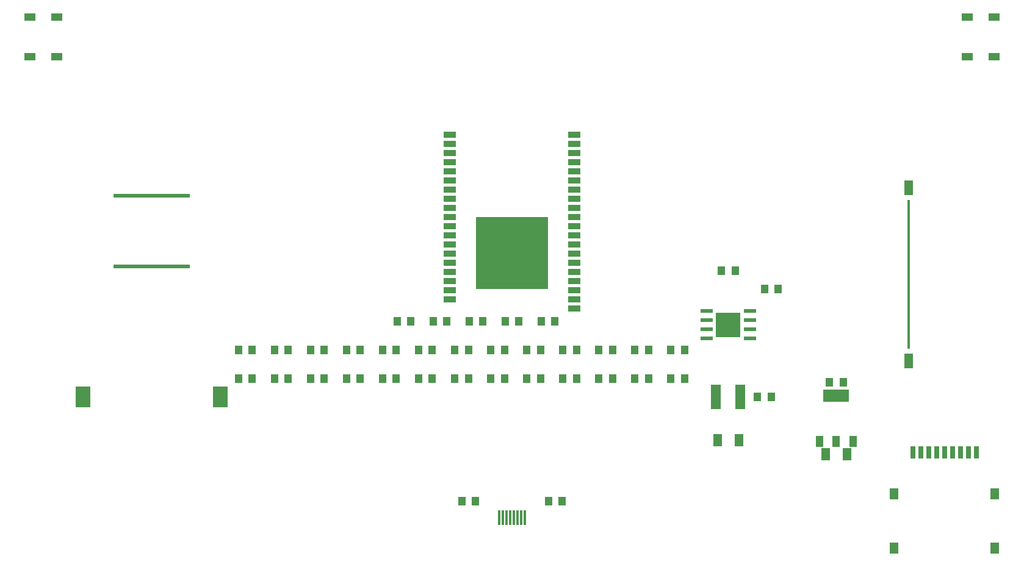
<source format=gbp>
%TF.GenerationSoftware,KiCad,Pcbnew,9.0.7*%
%TF.CreationDate,2026-02-13T19:14:35+01:00*%
%TF.ProjectId,esp32-emu-turbo,65737033-322d-4656-9d75-2d747572626f,rev?*%
%TF.SameCoordinates,Original*%
%TF.FileFunction,Paste,Bot*%
%TF.FilePolarity,Positive*%
%FSLAX46Y46*%
G04 Gerber Fmt 4.6, Leading zero omitted, Abs format (unit mm)*
G04 Created by KiCad (PCBNEW 9.0.7) date 2026-02-13 19:14:35*
%MOMM*%
%LPD*%
G01*
G04 APERTURE LIST*
%ADD10R,1.800000X0.900000*%
%ADD11R,10.000000X10.000000*%
%ADD12R,1.600000X1.000000*%
%ADD13R,0.300000X1.200000*%
%ADD14R,1.200000X2.000000*%
%ADD15R,0.300000X1.000000*%
%ADD16R,0.700000X1.800000*%
%ADD17R,1.200000X1.500000*%
%ADD18R,2.000000X3.000000*%
%ADD19R,1.700000X0.600000*%
%ADD20R,3.400000X3.400000*%
%ADD21R,1.000000X1.500000*%
%ADD22R,3.600000X1.800000*%
%ADD23R,1.400000X3.400000*%
%ADD24R,1.000000X1.300000*%
%ADD25R,1.200000X1.800000*%
G04 APERTURE END LIST*
D10*
%TO.C,U1*%
X88600000Y-16070000D03*
X88600000Y-17340000D03*
X88600000Y-18610000D03*
X88600000Y-19880000D03*
X88600000Y-21150000D03*
X88600000Y-22420000D03*
X88600000Y-23690000D03*
X88600000Y-24960000D03*
X88600000Y-26230000D03*
X88600000Y-27500000D03*
X88600000Y-28770000D03*
X88600000Y-30040000D03*
X88600000Y-31310000D03*
X88600000Y-32580000D03*
X88600000Y-33850000D03*
X88600000Y-35120000D03*
X88600000Y-36390000D03*
X88600000Y-37660000D03*
X88600000Y-38930000D03*
X88600000Y-40200000D03*
X71400000Y-16070000D03*
X71400000Y-17340000D03*
X71400000Y-18610000D03*
X71400000Y-19880000D03*
X71400000Y-21150000D03*
X71400000Y-22420000D03*
X71400000Y-23690000D03*
X71400000Y-24960000D03*
X71400000Y-26230000D03*
X71400000Y-27500000D03*
X71400000Y-28770000D03*
X71400000Y-30040000D03*
X71400000Y-31310000D03*
X71400000Y-32580000D03*
X71400000Y-33850000D03*
X71400000Y-35120000D03*
X71400000Y-36390000D03*
X71400000Y-37660000D03*
X71400000Y-38930000D03*
D11*
X80000000Y-32500000D03*
%TD*%
D12*
%TO.C,SW11*%
X13150000Y250000D03*
X16850000Y250000D03*
X13150000Y-5250000D03*
X16850000Y-5250000D03*
%TD*%
%TO.C,SW12*%
X143150000Y250000D03*
X146850000Y250000D03*
X143150000Y-5250000D03*
X146850000Y-5250000D03*
%TD*%
D13*
%TO.C,J4*%
X135000000Y-25750000D03*
X135000000Y-26250000D03*
X135000000Y-26750000D03*
X135000000Y-27250000D03*
X135000000Y-27750000D03*
X135000000Y-28250000D03*
X135000000Y-28750000D03*
X135000000Y-29250000D03*
X135000000Y-29750000D03*
X135000000Y-30250000D03*
X135000000Y-30750000D03*
X135000000Y-31250000D03*
X135000000Y-31750000D03*
X135000000Y-32250000D03*
X135000000Y-32750000D03*
X135000000Y-33250000D03*
X135000000Y-33750000D03*
X135000000Y-34250000D03*
X135000000Y-34750000D03*
X135000000Y-35250000D03*
X135000000Y-35750000D03*
X135000000Y-36250000D03*
X135000000Y-36750000D03*
X135000000Y-37250000D03*
X135000000Y-37750000D03*
X135000000Y-38250000D03*
X135000000Y-38750000D03*
X135000000Y-39250000D03*
X135000000Y-39750000D03*
X135000000Y-40250000D03*
X135000000Y-40750000D03*
X135000000Y-41250000D03*
X135000000Y-41750000D03*
X135000000Y-42250000D03*
X135000000Y-42750000D03*
X135000000Y-43250000D03*
X135000000Y-43750000D03*
X135000000Y-44250000D03*
X135000000Y-44750000D03*
X135000000Y-45250000D03*
D14*
X135000000Y-23500000D03*
X135000000Y-47500000D03*
%TD*%
D15*
%TO.C,J1*%
X81750000Y-68800000D03*
X81250000Y-68800000D03*
X80750000Y-68800000D03*
X80250000Y-68800000D03*
X79750000Y-68800000D03*
X79250000Y-68800000D03*
X78750000Y-68800000D03*
X78250000Y-68800000D03*
X81750000Y-69800000D03*
X81250000Y-69800000D03*
X80750000Y-69800000D03*
X80250000Y-69800000D03*
X79750000Y-69800000D03*
X79250000Y-69800000D03*
X78750000Y-69800000D03*
X78250000Y-69800000D03*
%TD*%
D16*
%TO.C,U6*%
X144400000Y-60200000D03*
X143300000Y-60200000D03*
X142200000Y-60200000D03*
X141100000Y-60200000D03*
X140000000Y-60200000D03*
X138900000Y-60200000D03*
X137800000Y-60200000D03*
X136700000Y-60200000D03*
X135600000Y-60200000D03*
D17*
X147000000Y-66000000D03*
X133000000Y-66000000D03*
X147000000Y-73500000D03*
X133000000Y-73500000D03*
%TD*%
D18*
%TO.C,SPK1*%
X39500000Y-52500000D03*
X20500000Y-52500000D03*
%TD*%
D19*
%TO.C,U2*%
X113000000Y-40595000D03*
X113000000Y-41865000D03*
X113000000Y-43135000D03*
X113000000Y-44405000D03*
X107000000Y-44405000D03*
X107000000Y-43135000D03*
X107000000Y-41865000D03*
X107000000Y-40595000D03*
D20*
X110000000Y-42500000D03*
%TD*%
D21*
%TO.C,U3*%
X127300000Y-58650000D03*
X125000000Y-58650000D03*
X122700000Y-58650000D03*
D22*
X125000000Y-52350000D03*
%TD*%
D19*
%TO.C,U5*%
X25555000Y-24600000D03*
X26825000Y-24600000D03*
X28095000Y-24600000D03*
X29365000Y-24600000D03*
X30635000Y-24600000D03*
X31905000Y-24600000D03*
X33175000Y-24600000D03*
X34445000Y-24600000D03*
X34445000Y-34400000D03*
X33175000Y-34400000D03*
X31905000Y-34400000D03*
X30635000Y-34400000D03*
X29365000Y-34400000D03*
X28095000Y-34400000D03*
X26825000Y-34400000D03*
X25555000Y-34400000D03*
%TD*%
D23*
%TO.C,L1*%
X111700000Y-52500000D03*
X108300000Y-52500000D03*
%TD*%
D24*
%TO.C,R1*%
X74950000Y-67000000D03*
X73050000Y-67000000D03*
%TD*%
%TO.C,R2*%
X86950000Y-67000000D03*
X85050000Y-67000000D03*
%TD*%
%TO.C,R3*%
X65950000Y-42000000D03*
X64050000Y-42000000D03*
%TD*%
%TO.C,C3*%
X70950000Y-42000000D03*
X69050000Y-42000000D03*
%TD*%
%TO.C,R17*%
X75950000Y-42000000D03*
X74050000Y-42000000D03*
%TD*%
%TO.C,R18*%
X80950000Y-42000000D03*
X79050000Y-42000000D03*
%TD*%
%TO.C,C4*%
X85950000Y-42000000D03*
X84050000Y-42000000D03*
%TD*%
%TO.C,R4*%
X43950000Y-46000000D03*
X42050000Y-46000000D03*
%TD*%
%TO.C,R5*%
X48950000Y-46000000D03*
X47050000Y-46000000D03*
%TD*%
%TO.C,R6*%
X53950000Y-46000000D03*
X52050000Y-46000000D03*
%TD*%
%TO.C,R7*%
X58950000Y-46000000D03*
X57050000Y-46000000D03*
%TD*%
%TO.C,R8*%
X63950000Y-46000000D03*
X62050000Y-46000000D03*
%TD*%
%TO.C,R9*%
X68950000Y-46000000D03*
X67050000Y-46000000D03*
%TD*%
%TO.C,R10*%
X73950000Y-46000000D03*
X72050000Y-46000000D03*
%TD*%
%TO.C,R11*%
X78950000Y-46000000D03*
X77050000Y-46000000D03*
%TD*%
%TO.C,R12*%
X83950000Y-46000000D03*
X82050000Y-46000000D03*
%TD*%
%TO.C,R13*%
X88950000Y-46000000D03*
X87050000Y-46000000D03*
%TD*%
%TO.C,R14*%
X93950000Y-46000000D03*
X92050000Y-46000000D03*
%TD*%
%TO.C,R15*%
X98950000Y-46000000D03*
X97050000Y-46000000D03*
%TD*%
%TO.C,R19*%
X103950000Y-46000000D03*
X102050000Y-46000000D03*
%TD*%
%TO.C,R16*%
X115950000Y-52500000D03*
X114050000Y-52500000D03*
%TD*%
%TO.C,C5*%
X43950000Y-50000000D03*
X42050000Y-50000000D03*
%TD*%
%TO.C,C6*%
X48950000Y-50000000D03*
X47050000Y-50000000D03*
%TD*%
%TO.C,C7*%
X53950000Y-50000000D03*
X52050000Y-50000000D03*
%TD*%
%TO.C,C8*%
X58950000Y-50000000D03*
X57050000Y-50000000D03*
%TD*%
%TO.C,C9*%
X63950000Y-50000000D03*
X62050000Y-50000000D03*
%TD*%
%TO.C,C10*%
X68950000Y-50000000D03*
X67050000Y-50000000D03*
%TD*%
%TO.C,C11*%
X73950000Y-50000000D03*
X72050000Y-50000000D03*
%TD*%
%TO.C,C12*%
X78950000Y-50000000D03*
X77050000Y-50000000D03*
%TD*%
%TO.C,C13*%
X83950000Y-50000000D03*
X82050000Y-50000000D03*
%TD*%
%TO.C,C14*%
X88950000Y-50000000D03*
X87050000Y-50000000D03*
%TD*%
%TO.C,C15*%
X93950000Y-50000000D03*
X92050000Y-50000000D03*
%TD*%
%TO.C,C16*%
X98950000Y-50000000D03*
X97050000Y-50000000D03*
%TD*%
%TO.C,C20*%
X103950000Y-50000000D03*
X102050000Y-50000000D03*
%TD*%
%TO.C,C17*%
X110950000Y-35000000D03*
X109050000Y-35000000D03*
%TD*%
%TO.C,C18*%
X116950000Y-37500000D03*
X115050000Y-37500000D03*
%TD*%
D25*
%TO.C,C19*%
X111500000Y-58500000D03*
X108500000Y-58500000D03*
%TD*%
D24*
%TO.C,C1*%
X125950000Y-50500000D03*
X124050000Y-50500000D03*
%TD*%
D25*
%TO.C,C2*%
X126500000Y-60500000D03*
X123500000Y-60500000D03*
%TD*%
M02*

</source>
